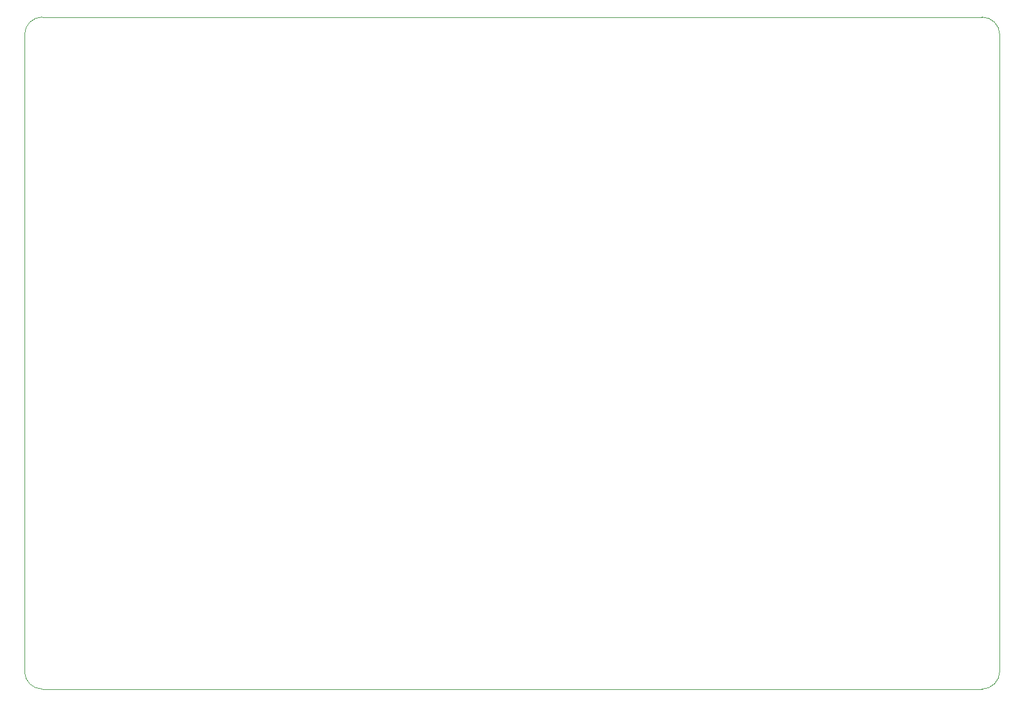
<source format=gbr>
%TF.GenerationSoftware,KiCad,Pcbnew,(5.1.10)-1*%
%TF.CreationDate,2021-07-17T06:49:34+07:00*%
%TF.ProjectId,Stabtester,53746162-7465-4737-9465-722e6b696361,rev?*%
%TF.SameCoordinates,Original*%
%TF.FileFunction,Profile,NP*%
%FSLAX46Y46*%
G04 Gerber Fmt 4.6, Leading zero omitted, Abs format (unit mm)*
G04 Created by KiCad (PCBNEW (5.1.10)-1) date 2021-07-17 06:49:34*
%MOMM*%
%LPD*%
G01*
G04 APERTURE LIST*
%TA.AperFunction,Profile*%
%ADD10C,0.050000*%
%TD*%
G04 APERTURE END LIST*
D10*
X47743750Y-130968750D02*
G75*
G02*
X45243750Y-128468750I0J2500000D01*
G01*
X183356250Y-128468750D02*
G75*
G02*
X180856250Y-130968750I-2500000J0D01*
G01*
X180856250Y-35718750D02*
G75*
G02*
X183356250Y-38218750I0J-2500000D01*
G01*
X45243750Y-38218750D02*
G75*
G02*
X47743750Y-35718750I2500000J0D01*
G01*
X47743750Y-130968750D02*
X180856250Y-130968750D01*
X45243750Y-38218750D02*
X45243750Y-128468750D01*
X180856250Y-35718750D02*
X47743750Y-35718750D01*
X183356250Y-128468750D02*
X183356250Y-38218750D01*
M02*

</source>
